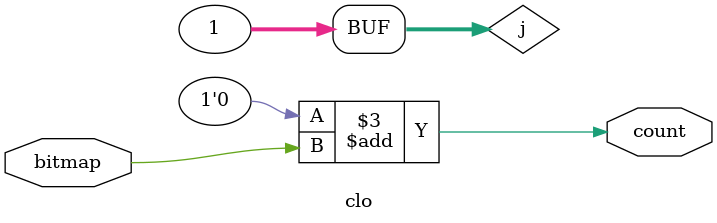
<source format=v>
/*
Copyright 2021 GaoZiBo <diyer175@hotmail.com>
Powered by YSYX https://oscpu.github.io/ysyx

Licensed under The MIT License (MIT).
-------------------------------------
Permission is hereby granted, free of charge, to any person obtaining a copy of
this software and associated documentation files (the "Software"), to deal in
the Software without restriction, including without limitation the rights to
use, copy, modify, merge, publish, distribute, sublicense, and/or sell copies of
the Software, and to permit persons to whom the Software is furnished to do so,
subject to the following conditions:

The above copyright notice and this permission notice shall be included in all
copies or substantial portions of the Software.

THE SOFTWARE IS PROVIDED "AS IS", WITHOUT WARRANTY OF ANY KIND, EXPRESS OR
IMPLIED,INCLUDING BUT NOT LIMITED TO THE WARRANTIES OF MERCHANTABILITY, FITNESS
FOR A PARTICULAR PURPOSE AND NONINFRINGEMENT. IN NO EVENT SHALL THE AUTHORS OR
COPYRIGHT HOLDERS BE LIABLE FOR ANY CLAIM, DAMAGES OR OTHER LIABILITY, WHETHER
IN AN ACTION OF CONTRACT, TORT OR OTHERWISE, ARISING FROM, OUT OF OR IN
CONNECTION WITH THE SOFTWARE OR THE USE OR OTHER DEALINGS IN THE SOFTWARE.
 */

`include "ncpu64k_config.vh"

module clo
#(
   parameter P_DW = 0
)
(
   input [(1<<P_DW)-1:0] bitmap,
   output reg [P_DW:0] count
);
   integer j;
   
   // Adder chain
   always @(*)
      begin
         count = 'b0;
         for(j=0;j<(1<<P_DW);j++)
            count = count + {{P_DW{1'b0}}, bitmap[j]};
      end

endmodule

</source>
